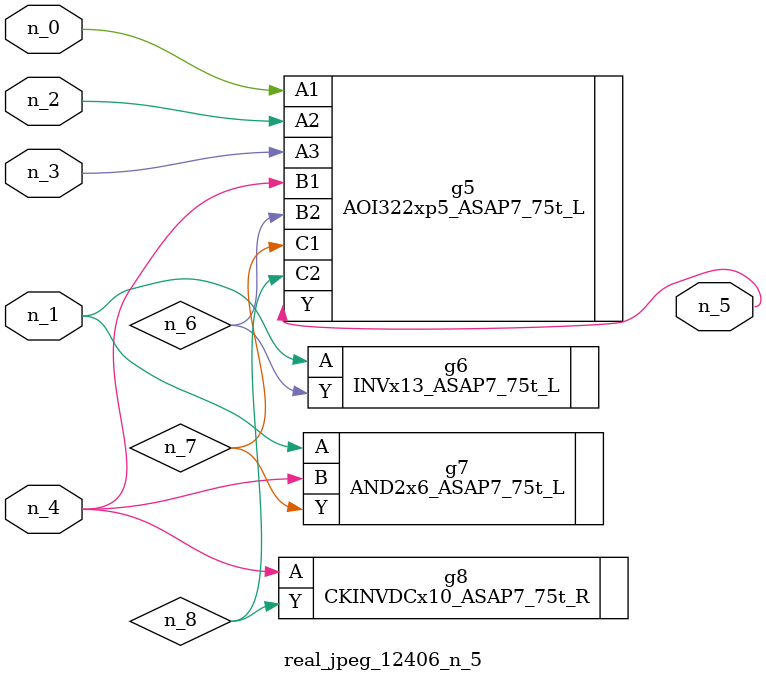
<source format=v>
module real_jpeg_12406_n_5 (n_4, n_0, n_1, n_2, n_3, n_5);

input n_4;
input n_0;
input n_1;
input n_2;
input n_3;

output n_5;

wire n_8;
wire n_6;
wire n_7;

AOI322xp5_ASAP7_75t_L g5 ( 
.A1(n_0),
.A2(n_2),
.A3(n_3),
.B1(n_4),
.B2(n_6),
.C1(n_7),
.C2(n_8),
.Y(n_5)
);

INVx13_ASAP7_75t_L g6 ( 
.A(n_1),
.Y(n_6)
);

AND2x6_ASAP7_75t_L g7 ( 
.A(n_1),
.B(n_4),
.Y(n_7)
);

CKINVDCx10_ASAP7_75t_R g8 ( 
.A(n_4),
.Y(n_8)
);


endmodule
</source>
